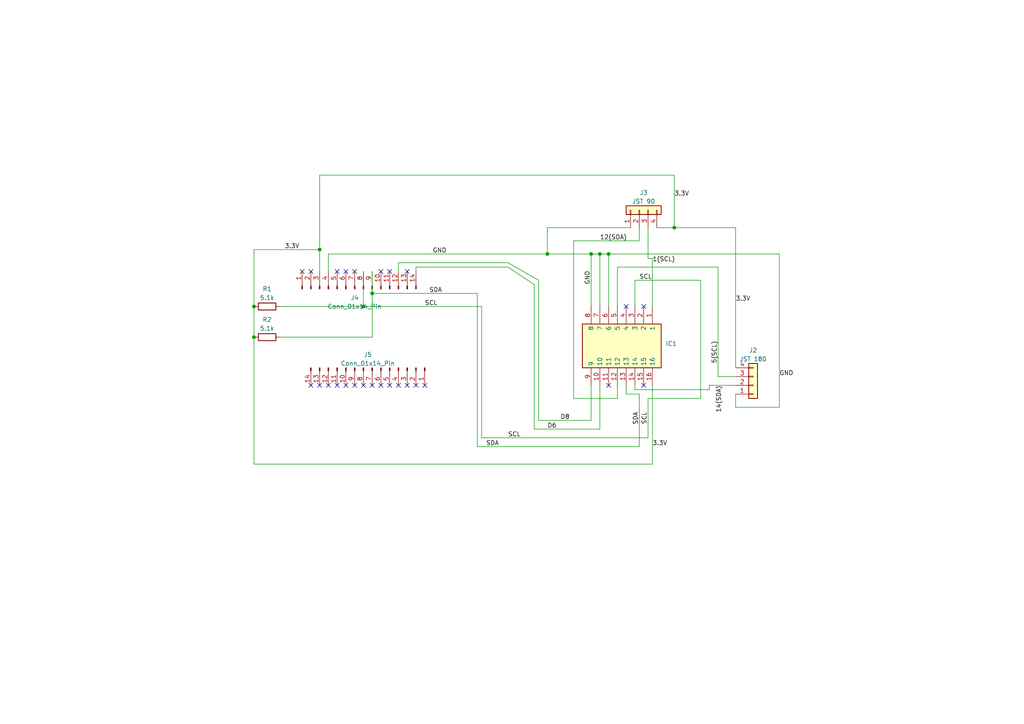
<source format=kicad_sch>
(kicad_sch (version 20230121) (generator eeschema)
  (paper "A4")
  (title_block (title "Turbidity Sensor PCB") (date "2024-01-04") (rev "12") (company "AU/AUD"))
  (lib_symbols
    (symbol "Conn_01x14_Pin_1" (pin_names (offset 1.016) hide)
      (property "Reference" "J2" (at -2.54 0 90))
      (property "Value" "Conn_01x14_Pin" (at -5.08 0 90))
      (symbol "Conn_01x14_Pin_1_1_1"
        (polyline (pts (xy 1.27 -17.78) (xy 0.8636 -17.78)) (stroke (width 0.1524)))
        (polyline (pts (xy 1.27 -15.24) (xy 0.8636 -15.24)) (stroke (width 0.1524)))
        (polyline (pts (xy 1.27 -12.7) (xy 0.8636 -12.7)) (stroke (width 0.1524)))
        (polyline (pts (xy 1.27 -10.16) (xy 0.8636 -10.16)) (stroke (width 0.1524)))
        (polyline (pts (xy 1.27 -7.62) (xy 0.8636 -7.62)) (stroke (width 0.1524)))
        (polyline (pts (xy 1.27 -5.08) (xy 0.8636 -5.08)) (stroke (width 0.1524)))
        (polyline (pts (xy 1.27 -2.54) (xy 0.8636 -2.54)) (stroke (width 0.1524)))
        (polyline (pts (xy 1.27 0) (xy 0.8636 0)) (stroke (width 0.1524)))
        (polyline (pts (xy 1.27 2.54) (xy 0.8636 2.54)) (stroke (width 0.1524)))
        (polyline (pts (xy 1.27 5.08) (xy 0.8636 5.08)) (stroke (width 0.1524)))
        (polyline (pts (xy 1.27 7.62) (xy 0.8636 7.62)) (stroke (width 0.1524)))
        (polyline (pts (xy 1.27 10.16) (xy 0.8636 10.16)) (stroke (width 0.1524)))
        (polyline (pts (xy 1.27 12.7) (xy 0.8636 12.7)) (stroke (width 0.1524)))
        (polyline (pts (xy 1.27 15.24) (xy 0.8636 15.24)) (stroke (width 0.1524)))
        (rectangle (start 0.8636 -17.653) (end 0 -17.907) (stroke (width 0.1524)) (fill (type outline)))
        (rectangle (start 0.8636 -15.113) (end 0 -15.367) (stroke (width 0.1524)) (fill (type outline)))
        (rectangle (start 0.8636 -12.573) (end 0 -12.827) (stroke (width 0.1524)) (fill (type outline)))
        (rectangle (start 0.8636 -10.033) (end 0 -10.287) (stroke (width 0.1524)) (fill (type outline)))
        (rectangle (start 0.8636 -7.493) (end 0 -7.747) (stroke (width 0.1524)) (fill (type outline)))
        (rectangle (start 0.8636 -4.953) (end 0 -5.207) (stroke (width 0.1524)) (fill (type outline)))
        (rectangle (start 0.8636 -2.413) (end 0 -2.667) (stroke (width 0.1524)) (fill (type outline)))
        (rectangle (start 0.8636 0.127) (end 0 -0.127) (stroke (width 0.1524)) (fill (type outline)))
        (rectangle (start 0.8636 2.667) (end 0 2.413) (stroke (width 0.1524)) (fill (type outline)))
        (rectangle (start 0.8636 5.207) (end 0 4.953) (stroke (width 0.1524)) (fill (type outline)))
        (rectangle (start 0.8636 7.747) (end 0 7.493) (stroke (width 0.1524)) (fill (type outline)))
        (rectangle (start 0.8636 10.287) (end 0 10.033) (stroke (width 0.1524)) (fill (type outline)))
        (rectangle (start 0.8636 12.827) (end 0 12.573) (stroke (width 0.1524)) (fill (type outline)))
        (rectangle (start 0.8636 15.367) (end 0 15.113) (stroke (width 0.1524)) (fill (type outline)))
        (pin passive line (at 5.08 15.24 180) (length 3.81) (name "Pin_1") (number "1"))
        (pin passive line (at 5.08 -7.62 180) (length 3.81) (name "Pin_10") (number "10"))
        (pin passive line (at 5.08 -10.16 180) (length 3.81) (name "Pin_11") (number "11"))
        (pin passive line (at 5.08 -12.7 180) (length 3.81) (name "Pin_12") (number "12"))
        (pin passive line (at 5.08 -15.24 180) (length 3.81) (name "Pin_13") (number "13"))
        (pin passive line (at 5.08 -17.78 180) (length 3.81) (name "Pin_14") (number "14"))
        (pin passive line (at 5.08 12.7 180) (length 3.81) (name "Pin_2") (number "2"))
        (pin power_out line (at 5.08 10.16 180) (length 3.81) (name "Pin_3") (number "3"))
        (pin passive line (at 5.08 7.62 180) (length 3.81) (name "Pin_4") (number "4"))
        (pin passive line (at 5.08 5.08 180) (length 3.81) (name "Pin_5") (number "5"))
        (pin passive line (at 5.08 2.54 180) (length 3.81) (name "Pin_6") (number "6"))
        (pin passive line (at 5.08 0 180) (length 3.81) (name "Pin_7") (number "7"))
        (pin passive line (at 5.08 -2.54 180) (length 3.81) (name "Pin_8") (number "8"))
        (pin passive line (at 5.08 -5.08 180) (length 3.81) (name "Pin_9") (number "9"))
      )
    )
    (symbol "Connector:Conn_01x14_Pin" (pin_names (offset 1.016) hide)
      (property "Reference" "J" (at 0 17.78 0))
      (property "Value" "Conn_01x14_Pin" (at 0 -20.32 0))
      (symbol "Conn_01x14_Pin_1_1"
        (polyline (pts (xy 1.27 -17.78) (xy 0.8636 -17.78)) (stroke (width 0.1524)))
        (polyline (pts (xy 1.27 -15.24) (xy 0.8636 -15.24)) (stroke (width 0.1524)))
        (polyline (pts (xy 1.27 -12.7) (xy 0.8636 -12.7)) (stroke (width 0.1524)))
        (polyline (pts (xy 1.27 -10.16) (xy 0.8636 -10.16)) (stroke (width 0.1524)))
        (polyline (pts (xy 1.27 -7.62) (xy 0.8636 -7.62)) (stroke (width 0.1524)))
        (polyline (pts (xy 1.27 -5.08) (xy 0.8636 -5.08)) (stroke (width 0.1524)))
        (polyline (pts (xy 1.27 -2.54) (xy 0.8636 -2.54)) (stroke (width 0.1524)))
        (polyline (pts (xy 1.27 0) (xy 0.8636 0)) (stroke (width 0.1524)))
        (polyline (pts (xy 1.27 2.54) (xy 0.8636 2.54)) (stroke (width 0.1524)))
        (polyline (pts (xy 1.27 5.08) (xy 0.8636 5.08)) (stroke (width 0.1524)))
        (polyline (pts (xy 1.27 7.62) (xy 0.8636 7.62)) (stroke (width 0.1524)))
        (polyline (pts (xy 1.27 10.16) (xy 0.8636 10.16)) (stroke (width 0.1524)))
        (polyline (pts (xy 1.27 12.7) (xy 0.8636 12.7)) (stroke (width 0.1524)))
        (polyline (pts (xy 1.27 15.24) (xy 0.8636 15.24)) (stroke (width 0.1524)))
        (rectangle (start 0.8636 -17.653) (end 0 -17.907) (stroke (width 0.1524)) (fill (type outline)))
        (rectangle (start 0.8636 -15.113) (end 0 -15.367) (stroke (width 0.1524)) (fill (type outline)))
        (rectangle (start 0.8636 -12.573) (end 0 -12.827) (stroke (width 0.1524)) (fill (type outline)))
        (rectangle (start 0.8636 -10.033) (end 0 -10.287) (stroke (width 0.1524)) (fill (type outline)))
        (rectangle (start 0.8636 -7.493) (end 0 -7.747) (stroke (width 0.1524)) (fill (type outline)))
        (rectangle (start 0.8636 -4.953) (end 0 -5.207) (stroke (width 0.1524)) (fill (type outline)))
        (rectangle (start 0.8636 -2.413) (end 0 -2.667) (stroke (width 0.1524)) (fill (type outline)))
        (rectangle (start 0.8636 0.127) (end 0 -0.127) (stroke (width 0.1524)) (fill (type outline)))
        (rectangle (start 0.8636 2.667) (end 0 2.413) (stroke (width 0.1524)) (fill (type outline)))
        (rectangle (start 0.8636 5.207) (end 0 4.953) (stroke (width 0.1524)) (fill (type outline)))
        (rectangle (start 0.8636 7.747) (end 0 7.493) (stroke (width 0.1524)) (fill (type outline)))
        (rectangle (start 0.8636 10.287) (end 0 10.033) (stroke (width 0.1524)) (fill (type outline)))
        (rectangle (start 0.8636 12.827) (end 0 12.573) (stroke (width 0.1524)) (fill (type outline)))
        (rectangle (start 0.8636 15.367) (end 0 15.113) (stroke (width 0.1524)) (fill (type outline)))
        (pin passive line (at 5.08 15.24 180) (length 3.81) (name "Pin_1") (number "1"))
        (pin passive line (at 5.08 -7.62 180) (length 3.81) (name "Pin_10") (number "10"))
        (pin passive line (at 5.08 -10.16 180) (length 3.81) (name "Pin_11") (number "11"))
        (pin passive line (at 5.08 -12.7 180) (length 3.81) (name "Pin_12") (number "12"))
        (pin passive line (at 5.08 -15.24 180) (length 3.81) (name "Pin_13") (number "13"))
        (pin passive line (at 5.08 -17.78 180) (length 3.81) (name "Pin_14") (number "14"))
        (pin passive line (at 5.08 12.7 180) (length 3.81) (name "Pin_2") (number "2"))
        (pin passive line (at 5.08 10.16 180) (length 3.81) (name "Pin_3") (number "3"))
        (pin passive line (at 5.08 7.62 180) (length 3.81) (name "Pin_4") (number "4"))
        (pin passive line (at 5.08 5.08 180) (length 3.81) (name "Pin_5") (number "5"))
        (pin passive line (at 5.08 2.54 180) (length 3.81) (name "Pin_6") (number "6"))
        (pin passive line (at 5.08 0 180) (length 3.81) (name "Pin_7") (number "7"))
        (pin passive line (at 5.08 -2.54 180) (length 3.81) (name "Pin_8") (number "8"))
        (pin passive line (at 5.08 -5.08 180) (length 3.81) (name "Pin_9") (number "9"))
      )
    )
    (symbol "Connector_Generic:Conn_01x04" (pin_names (offset 1.016) hide)
      (property "Reference" "J" (at 0 5.08 0))
      (property "Value" "Conn_01x04" (at 0 -7.62 0))
      (symbol "Conn_01x04_1_1"
        (rectangle (start -1.27 -4.953) (end 0 -5.207) (stroke (width 0.1524)))
        (rectangle (start -1.27 -2.413) (end 0 -2.667) (stroke (width 0.1524)))
        (rectangle (start -1.27 0.127) (end 0 -0.127) (stroke (width 0.1524)))
        (rectangle (start -1.27 2.667) (end 0 2.413) (stroke (width 0.1524)))
        (rectangle (start -1.27 3.81) (end 1.27 -6.35) (stroke (width 0.254)) (fill (type background)))
        (pin passive line (at -5.08 2.54 0) (length 3.81) (name "Pin_1") (number "1"))
        (pin passive line (at -5.08 0 0) (length 3.81) (name "Pin_2") (number "2"))
        (pin passive line (at -5.08 -2.54 0) (length 3.81) (name "Pin_3") (number "3"))
        (pin passive line (at -5.08 -5.08 0) (length 3.81) (name "Pin_4") (number "4"))
      )
    )
    (symbol "Device:R" (pin_numbers hide) (pin_names (offset 0))
      (property "Reference" "R" (at 2.032 0 90))
      (property "Value" "R" (at 0 0 90))
      (symbol "R_0_1"
        (rectangle (start -1.016 -2.54) (end 1.016 2.54) (stroke (width 0.254)))
      )
      (symbol "R_1_1"
        (pin passive line (at 0 3.81 270) (length 1.27) (name "~") (number "1"))
        (pin passive line (at 0 -3.81 90) (length 1.27) (name "~") (number "2"))
      )
    )
    (symbol "ProjectSymbols:1-2199298-4"
      (property "Reference" "IC" (at 19.05 7.62 0))
      (property "Value" "1-2199298-4" (at 19.05 5.08 0))
      (symbol "1-2199298-4_1_1"
        (rectangle (start 5.08 2.54) (end 17.78 -20.32) (stroke (width 0.254)) (fill (type background)))
        (pin passive line (at 0 0 0) (length 5.08) (name "1") (number "1"))
        (pin passive line (at 22.86 -15.24 180) (length 5.08) (name "10") (number "10"))
        (pin passive line (at 22.86 -12.7 180) (length 5.08) (name "11") (number "11"))
        (pin passive line (at 22.86 -10.16 180) (length 5.08) (name "12") (number "12"))
        (pin passive line (at 22.86 -7.62 180) (length 5.08) (name "13") (number "13"))
        (pin passive line (at 22.86 -5.08 180) (length 5.08) (name "14") (number "14"))
        (pin passive line (at 22.86 -2.54 180) (length 5.08) (name "15") (number "15"))
        (pin passive line (at 22.86 0 180) (length 5.08) (name "16") (number "16"))
        (pin passive line (at 0 -2.54 0) (length 5.08) (name "2") (number "2"))
        (pin passive line (at 0 -5.08 0) (length 5.08) (name "3") (number "3"))
        (pin passive line (at 0 -7.62 0) (length 5.08) (name "4") (number "4"))
        (pin passive line (at 0 -10.16 0) (length 5.08) (name "5") (number "5"))
        (pin passive line (at 0 -12.7 0) (length 5.08) (name "6") (number "6"))
        (pin passive line (at 0 -15.24 0) (length 5.08) (name "7") (number "7"))
        (pin passive line (at 0 -17.78 0) (length 5.08) (name "8") (number "8"))
        (pin passive line (at 22.86 -17.78 180) (length 5.08) (name "9") (number "9"))
      )
    )
  )
  (junction (at 73.66 97.79))
  (junction (at 105.41 88.9))
  (junction (at 73.66 88.9))
  (junction (at 158.75 73.66))
  (junction (at 176.53 73.66))
  (junction (at 92.71 72.39))
  (junction (at 195.58 66.04))
  (junction (at 107.95 85.09))
  (junction (at 173.99 73.66))
  (junction (at 171.45 73.66))
  (no_connect (at 118.11 111.76))
  (no_connect (at 90.17 78.74))
  (no_connect (at 92.71 111.76))
  (no_connect (at 105.41 111.76))
  (no_connect (at 181.61 88.9))
  (no_connect (at 113.03 78.74))
  (no_connect (at 97.79 78.74))
  (no_connect (at 113.03 111.76))
  (no_connect (at 186.69 111.76))
  (no_connect (at 110.49 111.76))
  (no_connect (at 90.17 111.76))
  (no_connect (at 102.87 78.74))
  (no_connect (at 95.25 111.76))
  (no_connect (at 97.79 111.76))
  (no_connect (at 186.69 88.9))
  (no_connect (at 118.11 78.74))
  (no_connect (at 100.33 111.76))
  (no_connect (at 120.65 111.76))
  (no_connect (at 87.63 78.74))
  (no_connect (at 176.53 111.76))
  (no_connect (at 100.33 78.74))
  (no_connect (at 115.57 111.76))
  (no_connect (at 110.49 78.74))
  (no_connect (at 107.95 111.76))
  (no_connect (at 123.19 111.76))
  (no_connect (at 102.87 111.76))
  (wire (pts (xy 171.45 73.66) (xy 173.99 73.66)))
  (wire (pts (xy 184.15 88.9) (xy 184.15 81.28)))
  (wire (pts (xy 213.36 118.11) (xy 226.06 118.11)))
  (wire (pts (xy 184.15 81.28) (xy 203.2 81.28)))
  (wire (pts (xy 187.96 74.93) (xy 189.23 74.93)))
  (wire (pts (xy 179.07 77.47) (xy 208.28 77.47)))
  (wire (pts (xy 226.06 73.66) (xy 176.53 73.66)))
  (wire (pts (xy 156.21 121.92) (xy 171.45 121.92)))
  (wire (pts (xy 173.99 111.76) (xy 173.99 124.46)))
  (wire (pts (xy 187.96 115.57) (xy 187.96 127)))
  (wire (pts (xy 95.25 73.66) (xy 158.75 73.66)))
  (wire (pts (xy 173.99 73.66) (xy 173.99 88.9)))
  (wire (pts (xy 181.61 114.3) (xy 185.42 114.3)))
  (wire (pts (xy 73.66 97.79) (xy 73.66 134.62)))
  (wire (pts (xy 208.28 109.22) (xy 213.36 109.22)))
  (wire (pts (xy 154.94 124.46) (xy 173.99 124.46)))
  (wire (pts (xy 73.66 88.9) (xy 73.66 97.79)))
  (wire (pts (xy 171.45 121.92) (xy 171.45 111.76)))
  (wire (pts (xy 184.15 111.76) (xy 184.15 113.03)))
  (wire (pts (xy 92.71 78.74) (xy 92.71 72.39)))
  (wire (pts (xy 195.58 50.8) (xy 195.58 66.04)))
  (wire (pts (xy 182.88 66.04) (xy 158.75 66.04)))
  (wire (pts (xy 81.28 97.79) (xy 107.95 97.79)))
  (wire (pts (xy 171.45 73.66) (xy 171.45 88.9)))
  (wire (pts (xy 73.66 134.62) (xy 189.23 134.62)))
  (wire (pts (xy 73.66 72.39) (xy 92.71 72.39)))
  (wire (pts (xy 179.07 88.9) (xy 179.07 77.47)))
  (wire (pts (xy 203.2 81.28) (xy 203.2 115.57)))
  (wire (pts (xy 115.57 76.2) (xy 115.57 78.74)))
  (wire (pts (xy 154.94 124.46) (xy 154.94 82.55)))
  (wire (pts (xy 195.58 66.04) (xy 213.36 66.04)))
  (wire (pts (xy 139.7 127) (xy 187.96 127)))
  (wire (pts (xy 189.23 74.93) (xy 189.23 88.9)))
  (wire (pts (xy 213.36 114.3) (xy 213.36 118.11)))
  (wire (pts (xy 208.28 77.47) (xy 208.28 109.22)))
  (wire (pts (xy 158.75 66.04) (xy 158.75 73.66)))
  (wire (pts (xy 154.94 82.55) (xy 147.32 77.47)))
  (wire (pts (xy 189.23 111.76) (xy 189.23 134.62)))
  (wire (pts (xy 187.96 66.04) (xy 187.96 74.93)))
  (wire (pts (xy 105.41 88.9) (xy 139.7 88.9)))
  (wire (pts (xy 92.71 50.8) (xy 195.58 50.8)))
  (wire (pts (xy 156.21 121.92) (xy 156.21 81.28)))
  (wire (pts (xy 185.42 66.04) (xy 185.42 69.85)))
  (wire (pts (xy 138.43 129.54) (xy 185.42 129.54)))
  (wire (pts (xy 205.74 111.76) (xy 213.36 111.76)))
  (wire (pts (xy 195.58 66.04) (xy 190.5 66.04)))
  (wire (pts (xy 205.74 113.03) (xy 205.74 111.76)))
  (wire (pts (xy 95.25 78.74) (xy 95.25 73.66)))
  (wire (pts (xy 139.7 127) (xy 139.7 88.9)))
  (wire (pts (xy 213.36 106.68) (xy 213.36 66.04)))
  (wire (pts (xy 166.37 115.57) (xy 166.37 69.85)))
  (wire (pts (xy 107.95 85.09) (xy 107.95 78.74)))
  (wire (pts (xy 185.42 69.85) (xy 166.37 69.85)))
  (wire (pts (xy 181.61 111.76) (xy 181.61 114.3)))
  (wire (pts (xy 156.21 81.28) (xy 147.32 76.2)))
  (wire (pts (xy 179.07 111.76) (xy 179.07 115.57)))
  (wire (pts (xy 138.43 129.54) (xy 138.43 85.09)))
  (wire (pts (xy 73.66 72.39) (xy 73.66 88.9)))
  (wire (pts (xy 203.2 115.57) (xy 187.96 115.57)))
  (wire (pts (xy 92.71 50.8) (xy 92.71 72.39)))
  (wire (pts (xy 184.15 113.03) (xy 205.74 113.03)))
  (wire (pts (xy 173.99 73.66) (xy 176.53 73.66)))
  (wire (pts (xy 226.06 118.11) (xy 226.06 73.66)))
  (wire (pts (xy 179.07 115.57) (xy 166.37 115.57)))
  (wire (pts (xy 107.95 97.79) (xy 107.95 85.09)))
  (wire (pts (xy 185.42 114.3) (xy 185.42 129.54)))
  (wire (pts (xy 176.53 88.9) (xy 176.53 73.66)))
  (wire (pts (xy 158.75 73.66) (xy 171.45 73.66)))
  (wire (pts (xy 105.41 78.74) (xy 105.41 88.9)))
  (wire (pts (xy 115.57 76.2) (xy 147.32 76.2)))
  (wire (pts (xy 138.43 85.09) (xy 107.95 85.09)))
  (wire (pts (xy 120.65 77.47) (xy 120.65 78.74)))
  (wire (pts (xy 81.28 88.9) (xy 105.41 88.9)))
  (wire (pts (xy 147.32 77.47) (xy 120.65 77.47)))
  (label "SDA" (at 140.97 129.54 0))
  (label "SCL" (at 187.96 119.38 270))
  (label "14(SDA)" (at 209.55 111.76 270))
  (label "3.3V" (at 82.55 72.39 0))
  (label "12(SDA)" (at 173.99 69.85 0))
  (label "GND" (at 226.06 109.22 0))
  (label "1(SCL)" (at 189.23 76.2 0))
  (label "D8" (at 162.56 121.92 0))
  (label "D6" (at 158.75 124.46 0))
  (label "GND" (at 129.54 73.66 180))
  (label "3.3V" (at 213.36 87.63 0))
  (label "SDA" (at 185.42 119.38 270))
  (label "5(SCL)" (at 208.28 105.41 90))
  (label "SCL" (at 147.32 127 0))
  (label "3.3V" (at 189.23 129.54 0))
  (label "SCL" (at 123.19 88.9 0))
  (label "GND" (at 171.45 82.55 90))
  (label "3.3V" (at 195.58 57.15 0))
  (label "SDA" (at 124.46 85.09 0))
  (label "SCL" (at 185.42 81.28 0))
  (symbol (lib_id "Device:R") (at 77.47 88.9 270) (mirror x) (unit 1)
    (property "Reference" "R1" (at 77.47 83.82 90))
    (property "Value" "5.1k" (at 77.47 86.36 90))
    (property "Footprint" "Resistor_SMD:R_0805_2012Metric" (effects hide))
  )
  (symbol (lib_name "Conn_01x14_Pin_1") (lib_id "Connector:Conn_01x14_Pin") (at 102.87 83.82 90) (unit 1)
    (property "Reference" "J4" (at 102.87 86.36 90))
    (property "Value" "Conn_01x14_Pin" (at 102.87 88.9 90))
    (property "Footprint" "Connector_PinSocket_2.54mm:PinSocket_1x14_P2.54mm_Vertical" (effects hide))
  )
  (symbol (lib_id "ProjectSymbols:1-2199298-4") (at 189.23 88.9 270) (unit 1)
    (property "Reference" "IC1" (at 193.04 99.695 90) (effects (justify left)))
    (property "Value" "1-2199298-4" (effects hide))
    (property "Footprint" "Project:DIPS762W70P254L2032H510Q16N" (effects hide))
    (property "Datasheet" "https://www.te.com/commerce/DocumentDelivery/DDEController?Action=showdoc&DocId=Customer+Drawing%7F2199298%7FA%7Fpdf%7FEnglish%7FENG_CD_2199298_A_baseFilename.pdf%7F1-2199298-4" (effects hide))
    (property "Height" "5.1" (effects hide))
    (property "Mouser Part Number" "571-1-2199298-4" (effects hide))
    (property "Mouser Price/Stock" "https://www.mouser.co.uk/ProductDetail/TE-Connectivity/1-2199298-4?qs=fK8dlpkaUMvpL10rY9Abiw%3D%3D" (effects hide))
    (property "Manufacturer_Name" "TE Connectivity" (effects hide))
    (property "Manufacturer_Part_Number" "1-2199298-4" (effects hide))
  )
  (symbol (lib_id "Device:R") (at 77.47 97.79 90) (unit 1)
    (property "Reference" "R2" (at 77.47 92.71 90))
    (property "Value" "5.1k" (at 77.47 95.25 90))
    (property "Footprint" "Resistor_SMD:R_0805_2012Metric" (effects hide))
  )
  (symbol (lib_id "Connector_Generic:Conn_01x04") (at 218.44 111.76 0) (mirror x) (unit 1)
    (property "Reference" "J2" (at 218.44 101.6 0))
    (property "Value" "JST 180" (at 218.44 104.14 0))
    (property "Footprint" "Connector_JST:JST_PH_S4B-PH-K_1x04_P2.00mm_Horizontal" (effects hide))
  )
  (symbol (lib_id "Connector:Conn_01x14_Pin") (at 107.95 106.68 270) (unit 1)
    (property "Reference" "J5" (at 106.68 102.87 90))
    (property "Value" "Conn_01x14_Pin" (at 106.68 105.41 90))
    (property "Footprint" "Connector_PinSocket_2.54mm:PinSocket_1x14_P2.54mm_Vertical" (effects hide))
  )
  (symbol (lib_id "Connector_Generic:Conn_01x04") (at 185.42 60.96 90) (unit 1)
    (property "Reference" "J3" (at 186.69 55.88 90))
    (property "Value" "JST 90" (at 186.69 58.42 90))
    (property "Footprint" "Connector_JST:JST_PH_S4B-PH-K_1x04_P2.00mm_Horizontal" (effects hide))
  )
)
</source>
